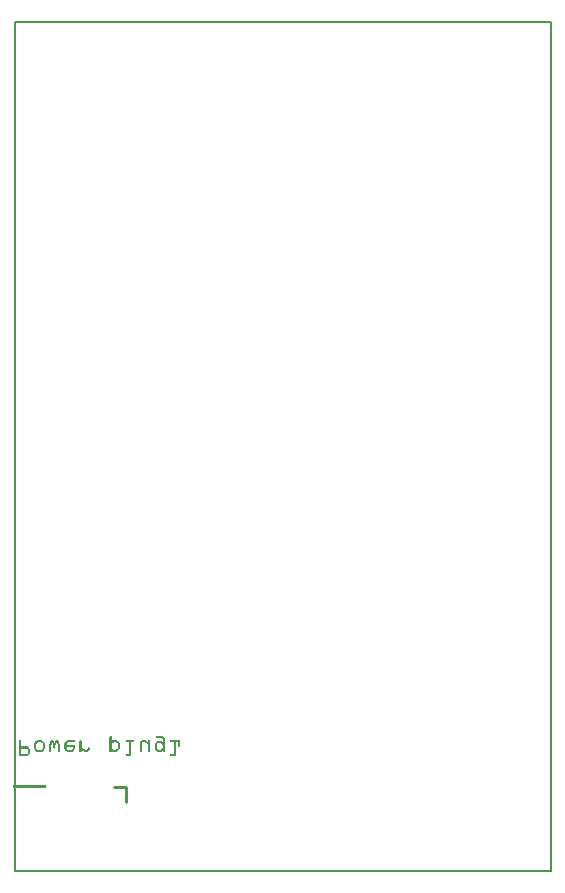
<source format=gbo>
G04 MADE WITH FRITZING*
G04 WWW.FRITZING.ORG*
G04 DOUBLE SIDED*
G04 HOLES PLATED*
G04 CONTOUR ON CENTER OF CONTOUR VECTOR*
%ASAXBY*%
%FSLAX23Y23*%
%MOIN*%
%OFA0B0*%
%SFA1.0B1.0*%
%ADD10R,1.794820X2.834610X1.778820X2.818610*%
%ADD11C,0.008000*%
%ADD12C,0.010000*%
%ADD13R,0.001000X0.001000*%
%LNSILK0*%
G90*
G70*
G54D11*
X4Y2831D02*
X1791Y2831D01*
X1791Y4D01*
X4Y4D01*
X4Y2831D01*
D02*
G54D12*
X335Y283D02*
X375Y283D01*
D02*
X375Y283D02*
X375Y233D01*
G54D13*
X323Y453D02*
X324Y453D01*
X477Y453D02*
X493Y453D01*
X321Y452D02*
X325Y452D01*
X475Y452D02*
X496Y452D01*
X321Y451D02*
X326Y451D01*
X475Y451D02*
X498Y451D01*
X320Y450D02*
X326Y450D01*
X474Y450D02*
X499Y450D01*
X320Y449D02*
X326Y449D01*
X474Y449D02*
X500Y449D01*
X320Y448D02*
X326Y448D01*
X475Y448D02*
X501Y448D01*
X320Y447D02*
X326Y447D01*
X476Y447D02*
X502Y447D01*
X320Y446D02*
X326Y446D01*
X493Y446D02*
X503Y446D01*
X320Y445D02*
X326Y445D01*
X495Y445D02*
X503Y445D01*
X320Y444D02*
X326Y444D01*
X496Y444D02*
X504Y444D01*
X320Y443D02*
X326Y443D01*
X497Y443D02*
X504Y443D01*
X320Y442D02*
X326Y442D01*
X498Y442D02*
X504Y442D01*
X320Y441D02*
X326Y441D01*
X498Y441D02*
X504Y441D01*
X320Y440D02*
X326Y440D01*
X498Y440D02*
X504Y440D01*
X320Y439D02*
X326Y439D01*
X333Y439D02*
X342Y439D01*
X498Y439D02*
X504Y439D01*
X21Y438D02*
X23Y438D01*
X79Y438D02*
X93Y438D01*
X125Y438D02*
X131Y438D01*
X142Y438D02*
X148Y438D01*
X180Y438D02*
X202Y438D01*
X222Y438D02*
X224Y438D01*
X320Y438D02*
X326Y438D01*
X331Y438D02*
X343Y438D01*
X376Y438D02*
X399Y438D01*
X429Y438D02*
X438Y438D01*
X450Y438D02*
X452Y438D01*
X498Y438D02*
X504Y438D01*
X523Y438D02*
X553Y438D01*
X20Y437D02*
X25Y437D01*
X77Y437D02*
X95Y437D01*
X124Y437D02*
X132Y437D01*
X141Y437D02*
X149Y437D01*
X177Y437D02*
X203Y437D01*
X221Y437D02*
X225Y437D01*
X320Y437D02*
X326Y437D01*
X330Y437D02*
X345Y437D01*
X375Y437D02*
X400Y437D01*
X427Y437D02*
X440Y437D01*
X449Y437D02*
X454Y437D01*
X498Y437D02*
X504Y437D01*
X522Y437D02*
X554Y437D01*
X19Y436D02*
X25Y436D01*
X76Y436D02*
X97Y436D01*
X123Y436D02*
X132Y436D01*
X140Y436D02*
X150Y436D01*
X176Y436D02*
X203Y436D01*
X220Y436D02*
X226Y436D01*
X320Y436D02*
X326Y436D01*
X329Y436D02*
X346Y436D01*
X374Y436D02*
X400Y436D01*
X425Y436D02*
X442Y436D01*
X448Y436D02*
X454Y436D01*
X498Y436D02*
X504Y436D01*
X521Y436D02*
X554Y436D01*
X19Y435D02*
X25Y435D01*
X74Y435D02*
X98Y435D01*
X123Y435D02*
X133Y435D01*
X140Y435D02*
X150Y435D01*
X175Y435D02*
X203Y435D01*
X220Y435D02*
X226Y435D01*
X320Y435D02*
X347Y435D01*
X374Y435D02*
X401Y435D01*
X424Y435D02*
X443Y435D01*
X448Y435D02*
X454Y435D01*
X480Y435D02*
X491Y435D01*
X498Y435D02*
X504Y435D01*
X521Y435D02*
X555Y435D01*
X19Y434D02*
X25Y434D01*
X73Y434D02*
X99Y434D01*
X123Y434D02*
X134Y434D01*
X139Y434D02*
X150Y434D01*
X174Y434D02*
X203Y434D01*
X220Y434D02*
X226Y434D01*
X320Y434D02*
X348Y434D01*
X374Y434D02*
X400Y434D01*
X423Y434D02*
X445Y434D01*
X448Y434D02*
X454Y434D01*
X478Y434D02*
X493Y434D01*
X498Y434D02*
X504Y434D01*
X521Y434D02*
X555Y434D01*
X19Y433D02*
X25Y433D01*
X72Y433D02*
X100Y433D01*
X122Y433D02*
X134Y433D01*
X139Y433D02*
X150Y433D01*
X172Y433D02*
X203Y433D01*
X220Y433D02*
X226Y433D01*
X320Y433D02*
X349Y433D01*
X375Y433D02*
X400Y433D01*
X423Y433D02*
X446Y433D01*
X448Y433D02*
X454Y433D01*
X477Y433D02*
X495Y433D01*
X498Y433D02*
X504Y433D01*
X522Y433D02*
X555Y433D01*
X19Y432D02*
X25Y432D01*
X71Y432D02*
X101Y432D01*
X122Y432D02*
X135Y432D01*
X138Y432D02*
X151Y432D01*
X172Y432D02*
X202Y432D01*
X220Y432D02*
X226Y432D01*
X320Y432D02*
X334Y432D01*
X341Y432D02*
X351Y432D01*
X376Y432D02*
X399Y432D01*
X422Y432D02*
X454Y432D01*
X476Y432D02*
X496Y432D01*
X498Y432D02*
X504Y432D01*
X523Y432D02*
X555Y432D01*
X19Y431D02*
X25Y431D01*
X71Y431D02*
X80Y431D01*
X93Y431D02*
X102Y431D01*
X122Y431D02*
X135Y431D01*
X137Y431D02*
X151Y431D01*
X171Y431D02*
X180Y431D01*
X220Y431D02*
X226Y431D01*
X320Y431D02*
X333Y431D01*
X342Y431D02*
X351Y431D01*
X384Y431D02*
X390Y431D01*
X422Y431D02*
X429Y431D01*
X438Y431D02*
X454Y431D01*
X475Y431D02*
X504Y431D01*
X535Y431D02*
X541Y431D01*
X549Y431D02*
X555Y431D01*
X19Y430D02*
X25Y430D01*
X70Y430D02*
X78Y430D01*
X94Y430D02*
X102Y430D01*
X121Y430D02*
X151Y430D01*
X171Y430D02*
X179Y430D01*
X220Y430D02*
X226Y430D01*
X320Y430D02*
X332Y430D01*
X343Y430D02*
X352Y430D01*
X384Y430D02*
X390Y430D01*
X422Y430D02*
X428Y430D01*
X439Y430D02*
X454Y430D01*
X474Y430D02*
X504Y430D01*
X535Y430D02*
X541Y430D01*
X549Y430D02*
X555Y430D01*
X19Y429D02*
X25Y429D01*
X70Y429D02*
X77Y429D01*
X95Y429D02*
X103Y429D01*
X121Y429D02*
X127Y429D01*
X129Y429D02*
X143Y429D01*
X145Y429D02*
X152Y429D01*
X170Y429D02*
X177Y429D01*
X220Y429D02*
X226Y429D01*
X320Y429D02*
X331Y429D01*
X344Y429D02*
X353Y429D01*
X384Y429D02*
X390Y429D01*
X422Y429D02*
X428Y429D01*
X441Y429D02*
X454Y429D01*
X473Y429D02*
X504Y429D01*
X535Y429D02*
X541Y429D01*
X549Y429D02*
X555Y429D01*
X19Y428D02*
X25Y428D01*
X70Y428D02*
X76Y428D01*
X96Y428D02*
X103Y428D01*
X121Y428D02*
X127Y428D01*
X130Y428D02*
X143Y428D01*
X146Y428D02*
X152Y428D01*
X170Y428D02*
X177Y428D01*
X220Y428D02*
X226Y428D01*
X320Y428D02*
X330Y428D01*
X345Y428D02*
X353Y428D01*
X384Y428D02*
X390Y428D01*
X422Y428D02*
X428Y428D01*
X442Y428D02*
X454Y428D01*
X472Y428D02*
X481Y428D01*
X491Y428D02*
X504Y428D01*
X535Y428D02*
X541Y428D01*
X549Y428D02*
X555Y428D01*
X19Y427D02*
X25Y427D01*
X69Y427D02*
X76Y427D01*
X97Y427D02*
X103Y427D01*
X121Y427D02*
X127Y427D01*
X131Y427D02*
X142Y427D01*
X146Y427D02*
X152Y427D01*
X170Y427D02*
X176Y427D01*
X220Y427D02*
X226Y427D01*
X320Y427D02*
X329Y427D01*
X347Y427D02*
X354Y427D01*
X384Y427D02*
X390Y427D01*
X421Y427D02*
X427Y427D01*
X444Y427D02*
X454Y427D01*
X472Y427D02*
X479Y427D01*
X492Y427D02*
X504Y427D01*
X535Y427D02*
X541Y427D01*
X549Y427D02*
X555Y427D01*
X19Y426D02*
X25Y426D01*
X69Y426D02*
X75Y426D01*
X97Y426D02*
X103Y426D01*
X120Y426D02*
X127Y426D01*
X131Y426D02*
X142Y426D01*
X146Y426D02*
X153Y426D01*
X170Y426D02*
X176Y426D01*
X220Y426D02*
X226Y426D01*
X320Y426D02*
X327Y426D01*
X347Y426D02*
X354Y426D01*
X384Y426D02*
X390Y426D01*
X421Y426D02*
X427Y426D01*
X445Y426D02*
X454Y426D01*
X471Y426D02*
X478Y426D01*
X493Y426D02*
X504Y426D01*
X535Y426D02*
X541Y426D01*
X549Y426D02*
X555Y426D01*
X19Y425D02*
X25Y425D01*
X69Y425D02*
X75Y425D01*
X97Y425D02*
X103Y425D01*
X120Y425D02*
X126Y425D01*
X132Y425D02*
X141Y425D01*
X146Y425D02*
X153Y425D01*
X170Y425D02*
X176Y425D01*
X220Y425D02*
X226Y425D01*
X320Y425D02*
X327Y425D01*
X348Y425D02*
X354Y425D01*
X384Y425D02*
X390Y425D01*
X421Y425D02*
X427Y425D01*
X447Y425D02*
X454Y425D01*
X471Y425D02*
X477Y425D01*
X494Y425D02*
X504Y425D01*
X535Y425D02*
X541Y425D01*
X549Y425D02*
X555Y425D01*
X19Y424D02*
X25Y424D01*
X69Y424D02*
X75Y424D01*
X97Y424D02*
X103Y424D01*
X120Y424D02*
X126Y424D01*
X132Y424D02*
X140Y424D01*
X147Y424D02*
X153Y424D01*
X170Y424D02*
X176Y424D01*
X220Y424D02*
X226Y424D01*
X320Y424D02*
X326Y424D01*
X348Y424D02*
X354Y424D01*
X384Y424D02*
X390Y424D01*
X421Y424D02*
X427Y424D01*
X448Y424D02*
X454Y424D01*
X471Y424D02*
X477Y424D01*
X496Y424D02*
X504Y424D01*
X535Y424D02*
X541Y424D01*
X549Y424D02*
X555Y424D01*
X19Y423D02*
X25Y423D01*
X69Y423D02*
X75Y423D01*
X97Y423D02*
X103Y423D01*
X120Y423D02*
X126Y423D01*
X133Y423D02*
X140Y423D01*
X147Y423D02*
X153Y423D01*
X170Y423D02*
X202Y423D01*
X220Y423D02*
X226Y423D01*
X320Y423D02*
X326Y423D01*
X348Y423D02*
X354Y423D01*
X384Y423D02*
X390Y423D01*
X421Y423D02*
X427Y423D01*
X448Y423D02*
X454Y423D01*
X471Y423D02*
X477Y423D01*
X497Y423D02*
X504Y423D01*
X535Y423D02*
X541Y423D01*
X549Y423D02*
X555Y423D01*
X19Y422D02*
X25Y422D01*
X69Y422D02*
X75Y422D01*
X97Y422D02*
X103Y422D01*
X119Y422D02*
X125Y422D01*
X133Y422D02*
X139Y422D01*
X147Y422D02*
X153Y422D01*
X170Y422D02*
X203Y422D01*
X220Y422D02*
X226Y422D01*
X320Y422D02*
X326Y422D01*
X348Y422D02*
X354Y422D01*
X384Y422D02*
X390Y422D01*
X421Y422D02*
X427Y422D01*
X448Y422D02*
X454Y422D01*
X471Y422D02*
X477Y422D01*
X498Y422D02*
X504Y422D01*
X535Y422D02*
X541Y422D01*
X549Y422D02*
X555Y422D01*
X19Y421D02*
X25Y421D01*
X69Y421D02*
X75Y421D01*
X97Y421D02*
X103Y421D01*
X119Y421D02*
X125Y421D01*
X133Y421D02*
X139Y421D01*
X147Y421D02*
X153Y421D01*
X170Y421D02*
X203Y421D01*
X220Y421D02*
X226Y421D01*
X320Y421D02*
X326Y421D01*
X348Y421D02*
X354Y421D01*
X384Y421D02*
X390Y421D01*
X421Y421D02*
X427Y421D01*
X448Y421D02*
X454Y421D01*
X471Y421D02*
X477Y421D01*
X498Y421D02*
X504Y421D01*
X535Y421D02*
X541Y421D01*
X549Y421D02*
X555Y421D01*
X19Y420D02*
X25Y420D01*
X69Y420D02*
X75Y420D01*
X97Y420D02*
X103Y420D01*
X119Y420D02*
X125Y420D01*
X133Y420D02*
X139Y420D01*
X147Y420D02*
X153Y420D01*
X170Y420D02*
X203Y420D01*
X220Y420D02*
X226Y420D01*
X320Y420D02*
X326Y420D01*
X348Y420D02*
X354Y420D01*
X384Y420D02*
X390Y420D01*
X421Y420D02*
X427Y420D01*
X448Y420D02*
X454Y420D01*
X471Y420D02*
X477Y420D01*
X498Y420D02*
X504Y420D01*
X535Y420D02*
X541Y420D01*
X549Y420D02*
X555Y420D01*
X19Y419D02*
X25Y419D01*
X69Y419D02*
X75Y419D01*
X97Y419D02*
X103Y419D01*
X119Y419D02*
X125Y419D01*
X133Y419D02*
X139Y419D01*
X147Y419D02*
X153Y419D01*
X170Y419D02*
X203Y419D01*
X220Y419D02*
X226Y419D01*
X320Y419D02*
X326Y419D01*
X348Y419D02*
X354Y419D01*
X384Y419D02*
X390Y419D01*
X421Y419D02*
X427Y419D01*
X448Y419D02*
X454Y419D01*
X471Y419D02*
X477Y419D01*
X498Y419D02*
X504Y419D01*
X535Y419D02*
X541Y419D01*
X549Y419D02*
X555Y419D01*
X19Y418D02*
X25Y418D01*
X69Y418D02*
X75Y418D01*
X97Y418D02*
X103Y418D01*
X119Y418D02*
X125Y418D01*
X133Y418D02*
X139Y418D01*
X147Y418D02*
X153Y418D01*
X170Y418D02*
X203Y418D01*
X220Y418D02*
X226Y418D01*
X320Y418D02*
X326Y418D01*
X348Y418D02*
X354Y418D01*
X384Y418D02*
X390Y418D01*
X421Y418D02*
X427Y418D01*
X448Y418D02*
X454Y418D01*
X471Y418D02*
X477Y418D01*
X498Y418D02*
X504Y418D01*
X535Y418D02*
X541Y418D01*
X549Y418D02*
X555Y418D01*
X19Y417D02*
X46Y417D01*
X69Y417D02*
X75Y417D01*
X97Y417D02*
X103Y417D01*
X119Y417D02*
X125Y417D01*
X133Y417D02*
X139Y417D01*
X147Y417D02*
X153Y417D01*
X170Y417D02*
X203Y417D01*
X220Y417D02*
X226Y417D01*
X320Y417D02*
X326Y417D01*
X348Y417D02*
X354Y417D01*
X384Y417D02*
X390Y417D01*
X421Y417D02*
X427Y417D01*
X448Y417D02*
X454Y417D01*
X471Y417D02*
X477Y417D01*
X498Y417D02*
X504Y417D01*
X535Y417D02*
X541Y417D01*
X549Y417D02*
X555Y417D01*
X19Y416D02*
X48Y416D01*
X69Y416D02*
X75Y416D01*
X97Y416D02*
X103Y416D01*
X119Y416D02*
X125Y416D01*
X133Y416D02*
X139Y416D01*
X147Y416D02*
X153Y416D01*
X170Y416D02*
X176Y416D01*
X197Y416D02*
X203Y416D01*
X220Y416D02*
X226Y416D01*
X320Y416D02*
X326Y416D01*
X348Y416D02*
X354Y416D01*
X384Y416D02*
X390Y416D01*
X421Y416D02*
X427Y416D01*
X448Y416D02*
X454Y416D01*
X471Y416D02*
X477Y416D01*
X498Y416D02*
X504Y416D01*
X535Y416D02*
X541Y416D01*
X549Y416D02*
X554Y416D01*
X19Y415D02*
X49Y415D01*
X69Y415D02*
X75Y415D01*
X97Y415D02*
X103Y415D01*
X119Y415D02*
X125Y415D01*
X133Y415D02*
X139Y415D01*
X147Y415D02*
X153Y415D01*
X170Y415D02*
X176Y415D01*
X197Y415D02*
X203Y415D01*
X220Y415D02*
X227Y415D01*
X320Y415D02*
X326Y415D01*
X348Y415D02*
X354Y415D01*
X384Y415D02*
X390Y415D01*
X421Y415D02*
X427Y415D01*
X448Y415D02*
X454Y415D01*
X471Y415D02*
X477Y415D01*
X498Y415D02*
X504Y415D01*
X535Y415D02*
X541Y415D01*
X549Y415D02*
X554Y415D01*
X19Y414D02*
X50Y414D01*
X69Y414D02*
X75Y414D01*
X97Y414D02*
X103Y414D01*
X119Y414D02*
X125Y414D01*
X133Y414D02*
X139Y414D01*
X147Y414D02*
X153Y414D01*
X170Y414D02*
X176Y414D01*
X197Y414D02*
X203Y414D01*
X220Y414D02*
X228Y414D01*
X249Y414D02*
X252Y414D01*
X320Y414D02*
X326Y414D01*
X348Y414D02*
X354Y414D01*
X384Y414D02*
X390Y414D01*
X421Y414D02*
X427Y414D01*
X448Y414D02*
X454Y414D01*
X471Y414D02*
X477Y414D01*
X498Y414D02*
X504Y414D01*
X535Y414D02*
X541Y414D01*
X551Y414D02*
X552Y414D01*
X19Y413D02*
X51Y413D01*
X69Y413D02*
X75Y413D01*
X97Y413D02*
X103Y413D01*
X119Y413D02*
X125Y413D01*
X134Y413D02*
X139Y413D01*
X147Y413D02*
X153Y413D01*
X170Y413D02*
X176Y413D01*
X197Y413D02*
X203Y413D01*
X220Y413D02*
X229Y413D01*
X248Y413D02*
X253Y413D01*
X320Y413D02*
X327Y413D01*
X348Y413D02*
X354Y413D01*
X384Y413D02*
X390Y413D01*
X421Y413D02*
X427Y413D01*
X448Y413D02*
X454Y413D01*
X471Y413D02*
X477Y413D01*
X498Y413D02*
X504Y413D01*
X535Y413D02*
X541Y413D01*
X19Y412D02*
X52Y412D01*
X69Y412D02*
X75Y412D01*
X97Y412D02*
X103Y412D01*
X119Y412D02*
X125Y412D01*
X134Y412D02*
X138Y412D01*
X147Y412D02*
X154Y412D01*
X170Y412D02*
X176Y412D01*
X197Y412D02*
X203Y412D01*
X220Y412D02*
X231Y412D01*
X248Y412D02*
X253Y412D01*
X320Y412D02*
X327Y412D01*
X348Y412D02*
X354Y412D01*
X384Y412D02*
X390Y412D01*
X421Y412D02*
X427Y412D01*
X448Y412D02*
X454Y412D01*
X471Y412D02*
X477Y412D01*
X497Y412D02*
X504Y412D01*
X535Y412D02*
X541Y412D01*
X19Y411D02*
X52Y411D01*
X69Y411D02*
X75Y411D01*
X97Y411D02*
X103Y411D01*
X119Y411D02*
X125Y411D01*
X136Y411D02*
X137Y411D01*
X148Y411D02*
X154Y411D01*
X170Y411D02*
X176Y411D01*
X197Y411D02*
X203Y411D01*
X220Y411D02*
X232Y411D01*
X247Y411D02*
X254Y411D01*
X320Y411D02*
X328Y411D01*
X347Y411D02*
X354Y411D01*
X384Y411D02*
X390Y411D01*
X421Y411D02*
X427Y411D01*
X448Y411D02*
X454Y411D01*
X471Y411D02*
X477Y411D01*
X496Y411D02*
X504Y411D01*
X535Y411D02*
X541Y411D01*
X19Y410D02*
X25Y410D01*
X45Y410D02*
X52Y410D01*
X70Y410D02*
X76Y410D01*
X97Y410D02*
X103Y410D01*
X119Y410D02*
X125Y410D01*
X148Y410D02*
X154Y410D01*
X170Y410D02*
X176Y410D01*
X197Y410D02*
X203Y410D01*
X220Y410D02*
X233Y410D01*
X247Y410D02*
X254Y410D01*
X320Y410D02*
X329Y410D01*
X346Y410D02*
X353Y410D01*
X384Y410D02*
X390Y410D01*
X421Y410D02*
X427Y410D01*
X448Y410D02*
X454Y410D01*
X471Y410D02*
X477Y410D01*
X495Y410D02*
X504Y410D01*
X535Y410D02*
X541Y410D01*
X19Y409D02*
X25Y409D01*
X46Y409D02*
X53Y409D01*
X70Y409D02*
X77Y409D01*
X96Y409D02*
X103Y409D01*
X119Y409D02*
X125Y409D01*
X148Y409D02*
X154Y409D01*
X170Y409D02*
X177Y409D01*
X196Y409D02*
X203Y409D01*
X220Y409D02*
X234Y409D01*
X247Y409D02*
X253Y409D01*
X320Y409D02*
X330Y409D01*
X345Y409D02*
X353Y409D01*
X384Y409D02*
X390Y409D01*
X421Y409D02*
X427Y409D01*
X448Y409D02*
X454Y409D01*
X471Y409D02*
X478Y409D01*
X494Y409D02*
X504Y409D01*
X535Y409D02*
X541Y409D01*
X19Y408D02*
X25Y408D01*
X47Y408D02*
X53Y408D01*
X70Y408D02*
X78Y408D01*
X95Y408D02*
X102Y408D01*
X119Y408D02*
X125Y408D01*
X148Y408D02*
X154Y408D01*
X170Y408D02*
X178Y408D01*
X195Y408D02*
X203Y408D01*
X220Y408D02*
X235Y408D01*
X247Y408D02*
X253Y408D01*
X320Y408D02*
X331Y408D01*
X344Y408D02*
X352Y408D01*
X384Y408D02*
X390Y408D01*
X421Y408D02*
X427Y408D01*
X448Y408D02*
X454Y408D01*
X471Y408D02*
X479Y408D01*
X493Y408D02*
X504Y408D01*
X535Y408D02*
X541Y408D01*
X19Y407D02*
X25Y407D01*
X47Y407D02*
X53Y407D01*
X71Y407D02*
X79Y407D01*
X94Y407D02*
X102Y407D01*
X119Y407D02*
X125Y407D01*
X148Y407D02*
X154Y407D01*
X171Y407D02*
X179Y407D01*
X194Y407D02*
X202Y407D01*
X220Y407D02*
X236Y407D01*
X246Y407D02*
X253Y407D01*
X320Y407D02*
X332Y407D01*
X342Y407D02*
X352Y407D01*
X384Y407D02*
X390Y407D01*
X421Y407D02*
X427Y407D01*
X448Y407D02*
X454Y407D01*
X472Y407D02*
X480Y407D01*
X491Y407D02*
X504Y407D01*
X535Y407D02*
X541Y407D01*
X19Y406D02*
X25Y406D01*
X47Y406D02*
X53Y406D01*
X71Y406D02*
X101Y406D01*
X119Y406D02*
X125Y406D01*
X148Y406D02*
X154Y406D01*
X171Y406D02*
X202Y406D01*
X220Y406D02*
X226Y406D01*
X228Y406D02*
X253Y406D01*
X320Y406D02*
X333Y406D01*
X341Y406D02*
X351Y406D01*
X384Y406D02*
X390Y406D01*
X421Y406D02*
X427Y406D01*
X448Y406D02*
X454Y406D01*
X472Y406D02*
X504Y406D01*
X535Y406D02*
X541Y406D01*
X19Y405D02*
X25Y405D01*
X47Y405D02*
X53Y405D01*
X72Y405D02*
X101Y405D01*
X119Y405D02*
X125Y405D01*
X148Y405D02*
X154Y405D01*
X172Y405D02*
X201Y405D01*
X220Y405D02*
X226Y405D01*
X229Y405D02*
X253Y405D01*
X320Y405D02*
X334Y405D01*
X340Y405D02*
X350Y405D01*
X384Y405D02*
X390Y405D01*
X421Y405D02*
X427Y405D01*
X448Y405D02*
X454Y405D01*
X473Y405D02*
X504Y405D01*
X535Y405D02*
X541Y405D01*
X19Y404D02*
X25Y404D01*
X47Y404D02*
X53Y404D01*
X73Y404D02*
X100Y404D01*
X119Y404D02*
X125Y404D01*
X148Y404D02*
X154Y404D01*
X173Y404D02*
X200Y404D01*
X220Y404D02*
X226Y404D01*
X230Y404D02*
X252Y404D01*
X320Y404D02*
X349Y404D01*
X384Y404D02*
X390Y404D01*
X421Y404D02*
X427Y404D01*
X448Y404D02*
X454Y404D01*
X474Y404D02*
X504Y404D01*
X535Y404D02*
X541Y404D01*
X19Y403D02*
X25Y403D01*
X47Y403D02*
X53Y403D01*
X74Y403D02*
X98Y403D01*
X119Y403D02*
X125Y403D01*
X148Y403D02*
X154Y403D01*
X174Y403D02*
X199Y403D01*
X220Y403D02*
X226Y403D01*
X231Y403D02*
X251Y403D01*
X320Y403D02*
X348Y403D01*
X384Y403D02*
X390Y403D01*
X421Y403D02*
X427Y403D01*
X448Y403D02*
X454Y403D01*
X475Y403D02*
X496Y403D01*
X498Y403D02*
X504Y403D01*
X535Y403D02*
X541Y403D01*
X19Y402D02*
X25Y402D01*
X47Y402D02*
X53Y402D01*
X75Y402D02*
X97Y402D01*
X119Y402D02*
X125Y402D01*
X148Y402D02*
X154Y402D01*
X175Y402D02*
X198Y402D01*
X220Y402D02*
X226Y402D01*
X232Y402D02*
X250Y402D01*
X320Y402D02*
X326Y402D01*
X328Y402D02*
X347Y402D01*
X384Y402D02*
X390Y402D01*
X421Y402D02*
X427Y402D01*
X448Y402D02*
X454Y402D01*
X476Y402D02*
X495Y402D01*
X498Y402D02*
X504Y402D01*
X535Y402D02*
X541Y402D01*
X19Y401D02*
X25Y401D01*
X47Y401D02*
X53Y401D01*
X76Y401D02*
X96Y401D01*
X119Y401D02*
X124Y401D01*
X148Y401D02*
X153Y401D01*
X177Y401D02*
X196Y401D01*
X220Y401D02*
X226Y401D01*
X234Y401D02*
X249Y401D01*
X320Y401D02*
X326Y401D01*
X329Y401D02*
X345Y401D01*
X384Y401D02*
X390Y401D01*
X421Y401D02*
X426Y401D01*
X449Y401D02*
X454Y401D01*
X478Y401D02*
X494Y401D01*
X499Y401D02*
X504Y401D01*
X535Y401D02*
X541Y401D01*
X19Y400D02*
X25Y400D01*
X47Y400D02*
X53Y400D01*
X78Y400D02*
X94Y400D01*
X120Y400D02*
X124Y400D01*
X149Y400D02*
X153Y400D01*
X178Y400D02*
X195Y400D01*
X221Y400D02*
X225Y400D01*
X235Y400D02*
X247Y400D01*
X320Y400D02*
X326Y400D01*
X330Y400D02*
X344Y400D01*
X384Y400D02*
X390Y400D01*
X422Y400D02*
X426Y400D01*
X449Y400D02*
X453Y400D01*
X479Y400D02*
X492Y400D01*
X500Y400D02*
X503Y400D01*
X535Y400D02*
X541Y400D01*
X19Y399D02*
X25Y399D01*
X47Y399D02*
X53Y399D01*
X321Y399D02*
X326Y399D01*
X332Y399D02*
X343Y399D01*
X384Y399D02*
X390Y399D01*
X535Y399D02*
X541Y399D01*
X19Y398D02*
X25Y398D01*
X47Y398D02*
X53Y398D01*
X322Y398D02*
X324Y398D01*
X334Y398D02*
X340Y398D01*
X384Y398D02*
X390Y398D01*
X535Y398D02*
X541Y398D01*
X19Y397D02*
X25Y397D01*
X47Y397D02*
X53Y397D01*
X384Y397D02*
X390Y397D01*
X535Y397D02*
X541Y397D01*
X19Y396D02*
X25Y396D01*
X47Y396D02*
X53Y396D01*
X384Y396D02*
X390Y396D01*
X535Y396D02*
X541Y396D01*
X19Y395D02*
X25Y395D01*
X47Y395D02*
X53Y395D01*
X384Y395D02*
X390Y395D01*
X535Y395D02*
X541Y395D01*
X19Y394D02*
X25Y394D01*
X47Y394D02*
X53Y394D01*
X384Y394D02*
X390Y394D01*
X535Y394D02*
X541Y394D01*
X19Y393D02*
X25Y393D01*
X46Y393D02*
X53Y393D01*
X384Y393D02*
X390Y393D01*
X535Y393D02*
X541Y393D01*
X19Y392D02*
X25Y392D01*
X45Y392D02*
X52Y392D01*
X384Y392D02*
X390Y392D01*
X535Y392D02*
X541Y392D01*
X19Y391D02*
X52Y391D01*
X376Y391D02*
X390Y391D01*
X523Y391D02*
X541Y391D01*
X19Y390D02*
X52Y390D01*
X375Y390D02*
X390Y390D01*
X522Y390D02*
X541Y390D01*
X19Y389D02*
X51Y389D01*
X374Y389D02*
X390Y389D01*
X521Y389D02*
X541Y389D01*
X19Y388D02*
X50Y388D01*
X374Y388D02*
X390Y388D01*
X521Y388D02*
X541Y388D01*
X19Y387D02*
X49Y387D01*
X374Y387D02*
X390Y387D01*
X521Y387D02*
X541Y387D01*
X19Y386D02*
X48Y386D01*
X374Y386D02*
X390Y386D01*
X522Y386D02*
X541Y386D01*
X19Y385D02*
X46Y385D01*
X375Y385D02*
X389Y385D01*
X522Y385D02*
X541Y385D01*
X0Y289D02*
X109Y289D01*
X0Y288D02*
X109Y288D01*
X0Y287D02*
X109Y287D01*
X0Y286D02*
X109Y286D01*
X0Y285D02*
X109Y285D01*
X0Y284D02*
X109Y284D01*
X0Y283D02*
X109Y283D01*
X0Y282D02*
X109Y282D01*
X0Y281D02*
X109Y281D01*
X0Y280D02*
X109Y280D01*
D02*
G04 End of Silk0*
M02*
</source>
